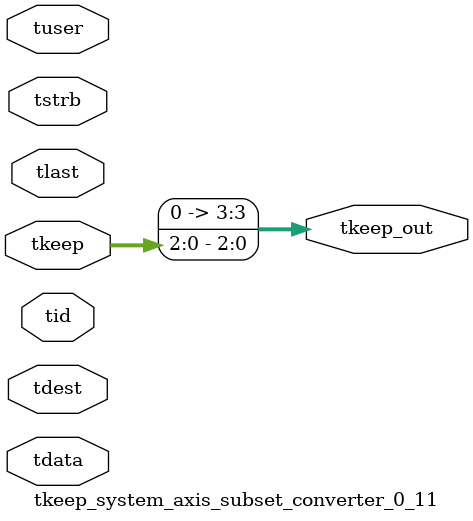
<source format=v>


`timescale 1ps/1ps

module tkeep_system_axis_subset_converter_0_11 #
(
parameter C_S_AXIS_TDATA_WIDTH = 32,
parameter C_S_AXIS_TUSER_WIDTH = 0,
parameter C_S_AXIS_TID_WIDTH   = 0,
parameter C_S_AXIS_TDEST_WIDTH = 0,
parameter C_M_AXIS_TDATA_WIDTH = 32
)
(
input  [(C_S_AXIS_TDATA_WIDTH == 0 ? 1 : C_S_AXIS_TDATA_WIDTH)-1:0     ] tdata,
input  [(C_S_AXIS_TUSER_WIDTH == 0 ? 1 : C_S_AXIS_TUSER_WIDTH)-1:0     ] tuser,
input  [(C_S_AXIS_TID_WIDTH   == 0 ? 1 : C_S_AXIS_TID_WIDTH)-1:0       ] tid,
input  [(C_S_AXIS_TDEST_WIDTH == 0 ? 1 : C_S_AXIS_TDEST_WIDTH)-1:0     ] tdest,
input  [(C_S_AXIS_TDATA_WIDTH/8)-1:0 ] tkeep,
input  [(C_S_AXIS_TDATA_WIDTH/8)-1:0 ] tstrb,
input                                                                    tlast,
output [(C_M_AXIS_TDATA_WIDTH/8)-1:0 ] tkeep_out
);

assign tkeep_out = {tkeep[2:0]};

endmodule


</source>
